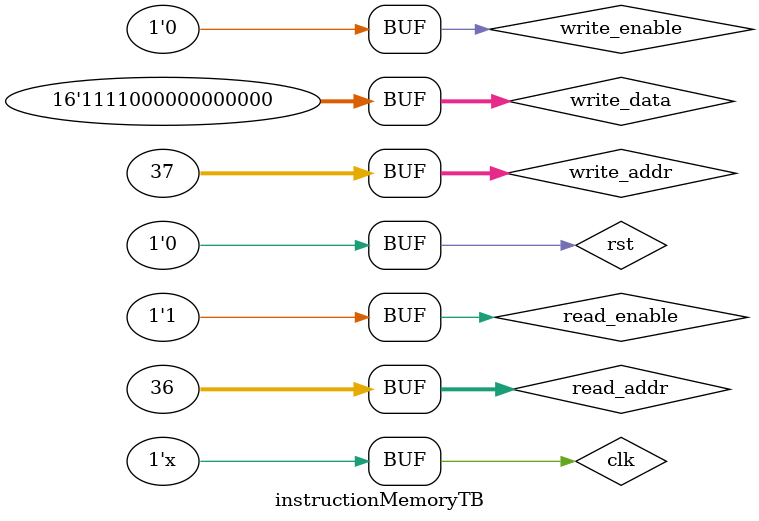
<source format=v>

module instructionMemoryTB();
localparam N=16;
reg clk,rst,read_enable,write_enable;
reg[31:0] read_addr,write_addr;
reg[15:0] write_data;
wire[15:0]read_data;

instructionMemory Reg1(
	write_enable,
	read_data,
	write_data,
	clk,
	rst,
	read_addr,
	write_addr);

initial begin
	$monitor("enable_write=%b,write_data=%b,write_address=%b,enable_read=%b,read_data1=%b,read_address=%b",write_enable,write_data,write_addr,read_enable,read_data,read_addr);
	clk=1;
	rst=1;
	read_enable=0;
	write_enable=0;
	read_addr=3'b001;
	write_addr=32'b100000;
	write_data=16'b0000_0000_0111_0000;
	#4 rst=0;
	#4 write_enable=1;
   	#4 write_addr=32'b100001;
	write_data=16'b1111_0000_1111_0000;

	#4 write_addr=32'b100010;
	write_data=16'b1111_1111_1111_0000;

	#4 write_addr=32'b100011;
	write_data=16'b1111_1111_1111_1111;

	#4 write_addr=32'b100100;
	write_data=16'b0000_0000_0000_0000;

	#4 write_addr=32'b100101;
	write_data=16'b1111_0000_0000_0000;

	#4 read_enable=1;
     write_enable=0;
     read_addr=32'b100000;
	#4 read_addr=32'b100001;		
	#4 read_addr=32'b100010;
	#4 read_addr=32'b100011;
	#4 read_addr=32'b100100;
end

always begin
#2 clk= !clk;
end
endmodule



</source>
